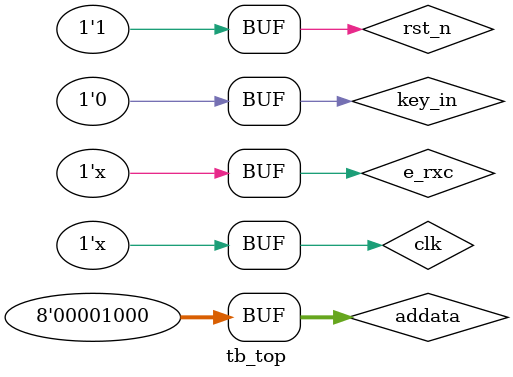
<source format=v>
`timescale 1ns / 1ps


module tb_top;

	// Inputs
	reg clk;
	reg rst_n;
	reg [7:0] addata;
	reg key_in;
	reg e_rxc;

	// Outputs
	wire daclk;
	wire [7:0] dadata;
	wire adclk;
	wire enADC;
	wire temp_led;
	wire e_reset;
	wire e_mdc;
	wire e_gtxc;
	wire e_txen;
	wire e_txer;
	wire [7:0] e_txd;
	
	// Bidirs
	wire e_mdio;

	
	// Instantiate the Unit Under Test (UUT)
	Top uut (
		.clk(clk), 
		.rst_n(rst_n), 
		.daclk(daclk), 
		.dadata(dadata), 
		.adclk(adclk), 
		.addata(addata), 
		.enADC(enADC), 
		.key_in(key_in), 
		.temp_led(temp_led), 
		.e_reset(e_reset), 
		.e_mdc(e_mdc), 
		.e_mdio(e_mdio), 
		.e_rxc(e_rxc), 
		.e_gtxc(e_gtxc), 
		.e_txen(e_txen), 
		.e_txer(e_txer), 
		.e_txd(e_txd)
	);

	initial begin
		// Initialize Inputs
		clk = 0;
		rst_n = 0;
		addata = 0;
		key_in = 0;
		e_rxc = 0;

		// Wait 100 ns for global reset to finish
		#100;
		rst_n = 1;
		
		// Add stimulus here
		#20;
		key_in = 1;
		addata = 8'd8;
		
		#200;
		key_in = 0;
		
		#11000000;
		key_in = 1;
		
		#200;
		key_in = 0;
		
		#2000000;
		key_in = 1;
		
		#200;
		key_in = 0;
	end
   
	always #10 clk=~clk;
	always #4 e_rxc=~e_rxc;
	
endmodule


</source>
